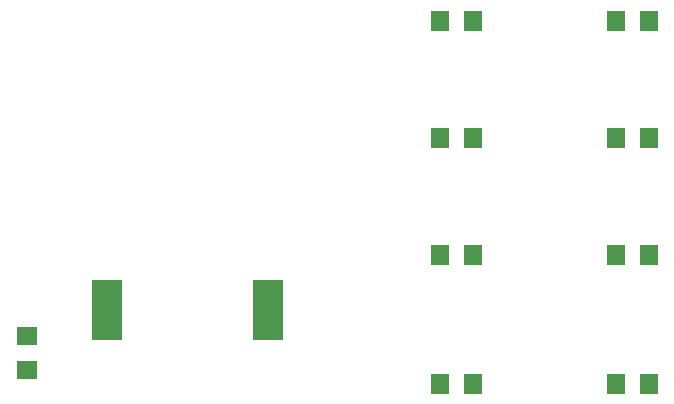
<source format=gbr>
G04 EAGLE Gerber X2 export*
%TF.Part,Single*%
%TF.FileFunction,Paste,Bot*%
%TF.FilePolarity,Positive*%
%TF.GenerationSoftware,Autodesk,EAGLE,8.7.0*%
%TF.CreationDate,2018-04-01T16:58:45Z*%
G75*
%MOMM*%
%FSLAX34Y34*%
%LPD*%
%AMOC8*
5,1,8,0,0,1.08239X$1,22.5*%
G01*
%ADD10R,1.600000X1.803000*%
%ADD11R,2.540000X5.080000*%
%ADD12R,1.803000X1.600000*%


D10*
X766784Y591299D03*
X738344Y591299D03*
X766784Y392487D03*
X738344Y392487D03*
X915623Y591299D03*
X887183Y591299D03*
X915623Y491746D03*
X887183Y491746D03*
X915623Y392487D03*
X887183Y392487D03*
X915623Y283774D03*
X887183Y283774D03*
X766784Y491746D03*
X738344Y491746D03*
X766784Y283774D03*
X738344Y283774D03*
D11*
X456510Y346202D03*
X592510Y346202D03*
D12*
X388620Y295406D03*
X388620Y323846D03*
M02*

</source>
